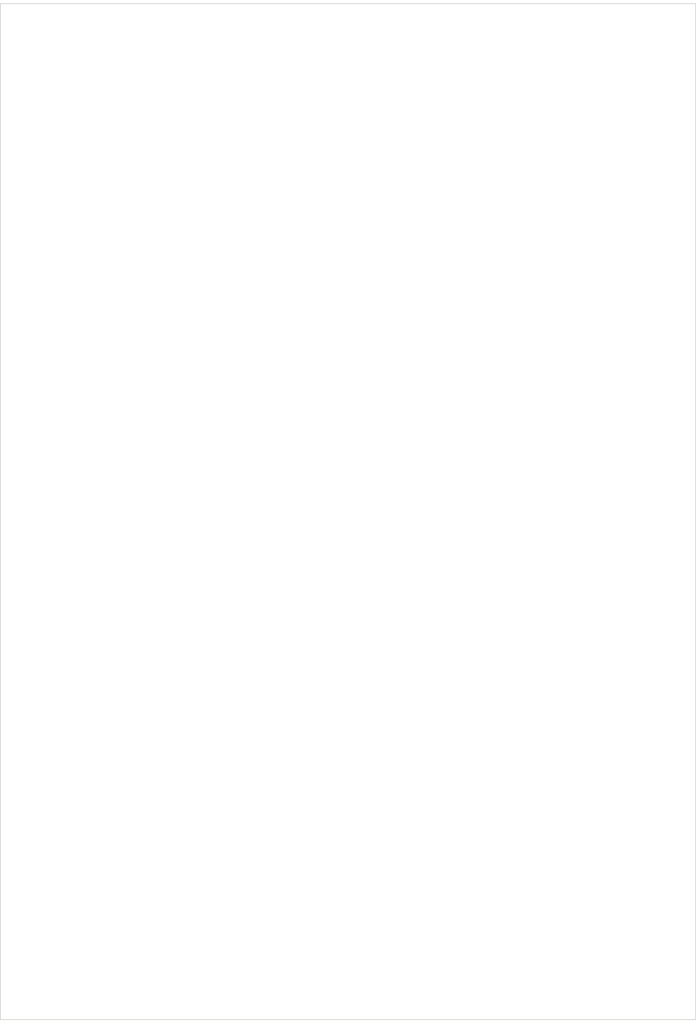
<source format=kicad_pcb>
(kicad_pcb (version 20211014) (generator pcbnew)
  (layers (0 "F.Cu" signal) (31 "B.Cu" signal) (34 "B.Paste" user) (35 "F.Paste" user) (36 "B.SilkS" user "B.Silkscreen") (37 "F.SilkS" user "F.Silkscreen") (38 "B.Mask" user) (39 "F.Mask" user) (44 "Edge.Cuts" user))
  (net 0 "")
  (footprint "MountingHole:MountingHole_3.2mm_M3" (layer "F.Cu") (at 7.5 130.35)
    (fp_text reference "REF**" hide)
    (fp_text value "MountingHole_3.2mm_M3" hide)
    (pad "" np_thru_hole oval locked (at 0 0) (size 7 3.2) (drill oval 7 3.2) (layers F&B.Cu *.Mask))
  )
  (footprint "MountingHole:MountingHole_3.2mm_M3" (layer "F.Cu") (at 83.7 130.35)
    (fp_text reference "REF**" hide)
    (fp_text value "MountingHole_3.2mm_M3" hide)
    (pad "" np_thru_hole oval locked (at 0 0) (size 7 3.2) (drill oval 7 3.2) (layers F&B.Cu *.Mask))
  )
  (footprint "MountingHole:MountingHole_3.2mm_M3" (layer "F.Cu") (at 83.7 3)
    (fp_text reference "REF**" hide)
    (fp_text value "MountingHole_3.2mm_M3" hide)
    (pad "" np_thru_hole oval locked (at 0 0) (size 7 3.2) (drill oval 7 3.2) (layers F&B.Cu *.Mask))
  )
  (footprint "MountingHole:MountingHole_3.2mm_M3" (layer "F.Cu") (at 7.5 3)
    (fp_text reference "REF**" hide)
    (fp_text value "MountingHole_3.2mm_M3" hide)
    (pad "" np_thru_hole oval locked (at 0 0) (size 7 3.2) (drill oval 7 3.2) (layers F&B.Cu *.Mask))
  )
  (gr_line (start 91.3 0) (end 91.3 133.35) (layer "Edge.Cuts") (width 0.1))
  (gr_line (start 0 133.35) (end 0 0) (layer "Edge.Cuts") (width 0.1))
  (gr_line (start 0 0) (end 91.3 0) (layer "Edge.Cuts") (width 0.1))
  (gr_line (start 91.3 133.35) (end 0 133.35) (layer "Edge.Cuts") (width 0.1))
)
</source>
